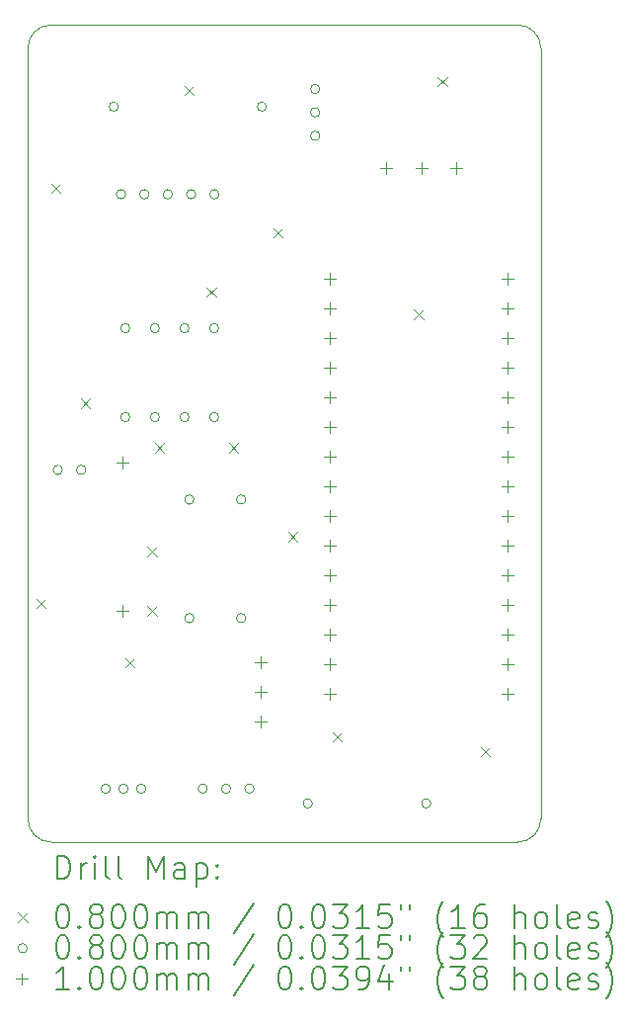
<source format=gbr>
%FSLAX45Y45*%
G04 Gerber Fmt 4.5, Leading zero omitted, Abs format (unit mm)*
G04 Created by KiCad (PCBNEW (6.0.0)) date 2022-05-09 08:38:40*
%MOMM*%
%LPD*%
G01*
G04 APERTURE LIST*
%TA.AperFunction,Profile*%
%ADD10C,0.100000*%
%TD*%
%ADD11C,0.200000*%
%ADD12C,0.080000*%
%ADD13C,0.100000*%
G04 APERTURE END LIST*
D10*
X18700000Y-3500000D02*
G75*
G03*
X18500000Y-3300000I-200000J0D01*
G01*
X14300000Y-10100000D02*
X14300000Y-3500000D01*
X14500000Y-3300000D02*
X18500000Y-3300000D01*
X18500000Y-10300000D02*
X14500000Y-10300000D01*
X14500000Y-3300000D02*
G75*
G03*
X14300000Y-3500000I0J-200000D01*
G01*
X18700000Y-3500000D02*
X18700000Y-10100000D01*
X18500000Y-10300000D02*
G75*
G03*
X18700000Y-10100000I0J200000D01*
G01*
X14300000Y-10100000D02*
G75*
G03*
X14500000Y-10300000I200000J0D01*
G01*
D11*
D12*
X14374500Y-8215000D02*
X14454500Y-8295000D01*
X14454500Y-8215000D02*
X14374500Y-8295000D01*
X14501500Y-4659000D02*
X14581500Y-4739000D01*
X14581500Y-4659000D02*
X14501500Y-4739000D01*
X14755500Y-6500500D02*
X14835500Y-6580500D01*
X14835500Y-6500500D02*
X14755500Y-6580500D01*
X15136500Y-8723000D02*
X15216500Y-8803000D01*
X15216500Y-8723000D02*
X15136500Y-8803000D01*
X15327000Y-7770500D02*
X15407000Y-7850500D01*
X15407000Y-7770500D02*
X15327000Y-7850500D01*
X15327000Y-8278500D02*
X15407000Y-8358500D01*
X15407000Y-8278500D02*
X15327000Y-8358500D01*
X15390500Y-6881500D02*
X15470500Y-6961500D01*
X15470500Y-6881500D02*
X15390500Y-6961500D01*
X15644500Y-3820800D02*
X15724500Y-3900800D01*
X15724500Y-3820800D02*
X15644500Y-3900800D01*
X15835000Y-5548000D02*
X15915000Y-5628000D01*
X15915000Y-5548000D02*
X15835000Y-5628000D01*
X16025500Y-6881500D02*
X16105500Y-6961500D01*
X16105500Y-6881500D02*
X16025500Y-6961500D01*
X16406500Y-5040000D02*
X16486500Y-5120000D01*
X16486500Y-5040000D02*
X16406500Y-5120000D01*
X16533500Y-7643500D02*
X16613500Y-7723500D01*
X16613500Y-7643500D02*
X16533500Y-7723500D01*
X16914500Y-9358000D02*
X16994500Y-9438000D01*
X16994500Y-9358000D02*
X16914500Y-9438000D01*
X17613000Y-5738500D02*
X17693000Y-5818500D01*
X17693000Y-5738500D02*
X17613000Y-5818500D01*
X17816200Y-3744600D02*
X17896200Y-3824600D01*
X17896200Y-3744600D02*
X17816200Y-3824600D01*
X18184500Y-9485000D02*
X18264500Y-9565000D01*
X18264500Y-9485000D02*
X18184500Y-9565000D01*
X14597400Y-7112000D02*
G75*
G03*
X14597400Y-7112000I-40000J0D01*
G01*
X14797400Y-7112000D02*
G75*
G03*
X14797400Y-7112000I-40000J0D01*
G01*
X15007600Y-9842500D02*
G75*
G03*
X15007600Y-9842500I-40000J0D01*
G01*
X15076800Y-4000500D02*
G75*
G03*
X15076800Y-4000500I-40000J0D01*
G01*
X15140000Y-4751440D02*
G75*
G03*
X15140000Y-4751440I-40000J0D01*
G01*
X15160000Y-9842500D02*
G75*
G03*
X15160000Y-9842500I-40000J0D01*
G01*
X15175000Y-5898000D02*
G75*
G03*
X15175000Y-5898000I-40000J0D01*
G01*
X15175000Y-6660000D02*
G75*
G03*
X15175000Y-6660000I-40000J0D01*
G01*
X15312400Y-9842500D02*
G75*
G03*
X15312400Y-9842500I-40000J0D01*
G01*
X15340000Y-4751440D02*
G75*
G03*
X15340000Y-4751440I-40000J0D01*
G01*
X15429000Y-5898000D02*
G75*
G03*
X15429000Y-5898000I-40000J0D01*
G01*
X15429000Y-6660000D02*
G75*
G03*
X15429000Y-6660000I-40000J0D01*
G01*
X15540000Y-4751440D02*
G75*
G03*
X15540000Y-4751440I-40000J0D01*
G01*
X15683000Y-5898000D02*
G75*
G03*
X15683000Y-5898000I-40000J0D01*
G01*
X15683000Y-6660000D02*
G75*
G03*
X15683000Y-6660000I-40000J0D01*
G01*
X15724500Y-7366000D02*
G75*
G03*
X15724500Y-7366000I-40000J0D01*
G01*
X15724500Y-8382000D02*
G75*
G03*
X15724500Y-8382000I-40000J0D01*
G01*
X15740000Y-4751440D02*
G75*
G03*
X15740000Y-4751440I-40000J0D01*
G01*
X15840000Y-9842500D02*
G75*
G03*
X15840000Y-9842500I-40000J0D01*
G01*
X15937000Y-5898000D02*
G75*
G03*
X15937000Y-5898000I-40000J0D01*
G01*
X15937000Y-6660000D02*
G75*
G03*
X15937000Y-6660000I-40000J0D01*
G01*
X15940000Y-4751440D02*
G75*
G03*
X15940000Y-4751440I-40000J0D01*
G01*
X16040000Y-9842500D02*
G75*
G03*
X16040000Y-9842500I-40000J0D01*
G01*
X16169000Y-7366000D02*
G75*
G03*
X16169000Y-7366000I-40000J0D01*
G01*
X16169000Y-8382000D02*
G75*
G03*
X16169000Y-8382000I-40000J0D01*
G01*
X16240000Y-9842500D02*
G75*
G03*
X16240000Y-9842500I-40000J0D01*
G01*
X16346800Y-4000500D02*
G75*
G03*
X16346800Y-4000500I-40000J0D01*
G01*
X16740500Y-9969500D02*
G75*
G03*
X16740500Y-9969500I-40000J0D01*
G01*
X16804000Y-3850000D02*
G75*
G03*
X16804000Y-3850000I-40000J0D01*
G01*
X16804000Y-4050000D02*
G75*
G03*
X16804000Y-4050000I-40000J0D01*
G01*
X16804000Y-4250000D02*
G75*
G03*
X16804000Y-4250000I-40000J0D01*
G01*
X17756500Y-9969500D02*
G75*
G03*
X17756500Y-9969500I-40000J0D01*
G01*
D13*
X15113000Y-6998500D02*
X15113000Y-7098500D01*
X15063000Y-7048500D02*
X15163000Y-7048500D01*
X15113000Y-8268500D02*
X15113000Y-8368500D01*
X15063000Y-8318500D02*
X15163000Y-8318500D01*
X16300000Y-8713000D02*
X16300000Y-8813000D01*
X16250000Y-8763000D02*
X16350000Y-8763000D01*
X16300000Y-8967000D02*
X16300000Y-9067000D01*
X16250000Y-9017000D02*
X16350000Y-9017000D01*
X16300000Y-9221000D02*
X16300000Y-9321000D01*
X16250000Y-9271000D02*
X16350000Y-9271000D01*
X16888000Y-5422000D02*
X16888000Y-5522000D01*
X16838000Y-5472000D02*
X16938000Y-5472000D01*
X16888000Y-5676000D02*
X16888000Y-5776000D01*
X16838000Y-5726000D02*
X16938000Y-5726000D01*
X16888000Y-5930000D02*
X16888000Y-6030000D01*
X16838000Y-5980000D02*
X16938000Y-5980000D01*
X16888000Y-6184000D02*
X16888000Y-6284000D01*
X16838000Y-6234000D02*
X16938000Y-6234000D01*
X16888000Y-6438000D02*
X16888000Y-6538000D01*
X16838000Y-6488000D02*
X16938000Y-6488000D01*
X16888000Y-6692000D02*
X16888000Y-6792000D01*
X16838000Y-6742000D02*
X16938000Y-6742000D01*
X16888000Y-6946000D02*
X16888000Y-7046000D01*
X16838000Y-6996000D02*
X16938000Y-6996000D01*
X16888000Y-7200000D02*
X16888000Y-7300000D01*
X16838000Y-7250000D02*
X16938000Y-7250000D01*
X16888000Y-7454000D02*
X16888000Y-7554000D01*
X16838000Y-7504000D02*
X16938000Y-7504000D01*
X16888000Y-7708000D02*
X16888000Y-7808000D01*
X16838000Y-7758000D02*
X16938000Y-7758000D01*
X16888000Y-7962000D02*
X16888000Y-8062000D01*
X16838000Y-8012000D02*
X16938000Y-8012000D01*
X16888000Y-8216000D02*
X16888000Y-8316000D01*
X16838000Y-8266000D02*
X16938000Y-8266000D01*
X16888000Y-8470000D02*
X16888000Y-8570000D01*
X16838000Y-8520000D02*
X16938000Y-8520000D01*
X16888000Y-8724000D02*
X16888000Y-8824000D01*
X16838000Y-8774000D02*
X16938000Y-8774000D01*
X16888000Y-8978000D02*
X16888000Y-9078000D01*
X16838000Y-9028000D02*
X16938000Y-9028000D01*
X17373600Y-4474500D02*
X17373600Y-4574500D01*
X17323600Y-4524500D02*
X17423600Y-4524500D01*
X17673600Y-4474500D02*
X17673600Y-4574500D01*
X17623600Y-4524500D02*
X17723600Y-4524500D01*
X17973600Y-4474500D02*
X17973600Y-4574500D01*
X17923600Y-4524500D02*
X18023600Y-4524500D01*
X18412000Y-5422000D02*
X18412000Y-5522000D01*
X18362000Y-5472000D02*
X18462000Y-5472000D01*
X18412000Y-5676000D02*
X18412000Y-5776000D01*
X18362000Y-5726000D02*
X18462000Y-5726000D01*
X18412000Y-5930000D02*
X18412000Y-6030000D01*
X18362000Y-5980000D02*
X18462000Y-5980000D01*
X18412000Y-6184000D02*
X18412000Y-6284000D01*
X18362000Y-6234000D02*
X18462000Y-6234000D01*
X18412000Y-6438000D02*
X18412000Y-6538000D01*
X18362000Y-6488000D02*
X18462000Y-6488000D01*
X18412000Y-6692000D02*
X18412000Y-6792000D01*
X18362000Y-6742000D02*
X18462000Y-6742000D01*
X18412000Y-6946000D02*
X18412000Y-7046000D01*
X18362000Y-6996000D02*
X18462000Y-6996000D01*
X18412000Y-7200000D02*
X18412000Y-7300000D01*
X18362000Y-7250000D02*
X18462000Y-7250000D01*
X18412000Y-7454000D02*
X18412000Y-7554000D01*
X18362000Y-7504000D02*
X18462000Y-7504000D01*
X18412000Y-7708000D02*
X18412000Y-7808000D01*
X18362000Y-7758000D02*
X18462000Y-7758000D01*
X18412000Y-7962000D02*
X18412000Y-8062000D01*
X18362000Y-8012000D02*
X18462000Y-8012000D01*
X18412000Y-8216000D02*
X18412000Y-8316000D01*
X18362000Y-8266000D02*
X18462000Y-8266000D01*
X18412000Y-8470000D02*
X18412000Y-8570000D01*
X18362000Y-8520000D02*
X18462000Y-8520000D01*
X18412000Y-8724000D02*
X18412000Y-8824000D01*
X18362000Y-8774000D02*
X18462000Y-8774000D01*
X18412000Y-8978000D02*
X18412000Y-9078000D01*
X18362000Y-9028000D02*
X18462000Y-9028000D01*
D11*
X14552619Y-10615476D02*
X14552619Y-10415476D01*
X14600238Y-10415476D01*
X14628809Y-10425000D01*
X14647857Y-10444048D01*
X14657381Y-10463095D01*
X14666905Y-10501190D01*
X14666905Y-10529762D01*
X14657381Y-10567857D01*
X14647857Y-10586905D01*
X14628809Y-10605952D01*
X14600238Y-10615476D01*
X14552619Y-10615476D01*
X14752619Y-10615476D02*
X14752619Y-10482143D01*
X14752619Y-10520238D02*
X14762143Y-10501190D01*
X14771667Y-10491667D01*
X14790714Y-10482143D01*
X14809762Y-10482143D01*
X14876428Y-10615476D02*
X14876428Y-10482143D01*
X14876428Y-10415476D02*
X14866905Y-10425000D01*
X14876428Y-10434524D01*
X14885952Y-10425000D01*
X14876428Y-10415476D01*
X14876428Y-10434524D01*
X15000238Y-10615476D02*
X14981190Y-10605952D01*
X14971667Y-10586905D01*
X14971667Y-10415476D01*
X15105000Y-10615476D02*
X15085952Y-10605952D01*
X15076428Y-10586905D01*
X15076428Y-10415476D01*
X15333571Y-10615476D02*
X15333571Y-10415476D01*
X15400238Y-10558333D01*
X15466905Y-10415476D01*
X15466905Y-10615476D01*
X15647857Y-10615476D02*
X15647857Y-10510714D01*
X15638333Y-10491667D01*
X15619286Y-10482143D01*
X15581190Y-10482143D01*
X15562143Y-10491667D01*
X15647857Y-10605952D02*
X15628809Y-10615476D01*
X15581190Y-10615476D01*
X15562143Y-10605952D01*
X15552619Y-10586905D01*
X15552619Y-10567857D01*
X15562143Y-10548810D01*
X15581190Y-10539286D01*
X15628809Y-10539286D01*
X15647857Y-10529762D01*
X15743095Y-10482143D02*
X15743095Y-10682143D01*
X15743095Y-10491667D02*
X15762143Y-10482143D01*
X15800238Y-10482143D01*
X15819286Y-10491667D01*
X15828809Y-10501190D01*
X15838333Y-10520238D01*
X15838333Y-10577381D01*
X15828809Y-10596429D01*
X15819286Y-10605952D01*
X15800238Y-10615476D01*
X15762143Y-10615476D01*
X15743095Y-10605952D01*
X15924048Y-10596429D02*
X15933571Y-10605952D01*
X15924048Y-10615476D01*
X15914524Y-10605952D01*
X15924048Y-10596429D01*
X15924048Y-10615476D01*
X15924048Y-10491667D02*
X15933571Y-10501190D01*
X15924048Y-10510714D01*
X15914524Y-10501190D01*
X15924048Y-10491667D01*
X15924048Y-10510714D01*
D12*
X14215000Y-10905000D02*
X14295000Y-10985000D01*
X14295000Y-10905000D02*
X14215000Y-10985000D01*
D11*
X14590714Y-10835476D02*
X14609762Y-10835476D01*
X14628809Y-10845000D01*
X14638333Y-10854524D01*
X14647857Y-10873571D01*
X14657381Y-10911667D01*
X14657381Y-10959286D01*
X14647857Y-10997381D01*
X14638333Y-11016429D01*
X14628809Y-11025952D01*
X14609762Y-11035476D01*
X14590714Y-11035476D01*
X14571667Y-11025952D01*
X14562143Y-11016429D01*
X14552619Y-10997381D01*
X14543095Y-10959286D01*
X14543095Y-10911667D01*
X14552619Y-10873571D01*
X14562143Y-10854524D01*
X14571667Y-10845000D01*
X14590714Y-10835476D01*
X14743095Y-11016429D02*
X14752619Y-11025952D01*
X14743095Y-11035476D01*
X14733571Y-11025952D01*
X14743095Y-11016429D01*
X14743095Y-11035476D01*
X14866905Y-10921190D02*
X14847857Y-10911667D01*
X14838333Y-10902143D01*
X14828809Y-10883095D01*
X14828809Y-10873571D01*
X14838333Y-10854524D01*
X14847857Y-10845000D01*
X14866905Y-10835476D01*
X14905000Y-10835476D01*
X14924048Y-10845000D01*
X14933571Y-10854524D01*
X14943095Y-10873571D01*
X14943095Y-10883095D01*
X14933571Y-10902143D01*
X14924048Y-10911667D01*
X14905000Y-10921190D01*
X14866905Y-10921190D01*
X14847857Y-10930714D01*
X14838333Y-10940238D01*
X14828809Y-10959286D01*
X14828809Y-10997381D01*
X14838333Y-11016429D01*
X14847857Y-11025952D01*
X14866905Y-11035476D01*
X14905000Y-11035476D01*
X14924048Y-11025952D01*
X14933571Y-11016429D01*
X14943095Y-10997381D01*
X14943095Y-10959286D01*
X14933571Y-10940238D01*
X14924048Y-10930714D01*
X14905000Y-10921190D01*
X15066905Y-10835476D02*
X15085952Y-10835476D01*
X15105000Y-10845000D01*
X15114524Y-10854524D01*
X15124048Y-10873571D01*
X15133571Y-10911667D01*
X15133571Y-10959286D01*
X15124048Y-10997381D01*
X15114524Y-11016429D01*
X15105000Y-11025952D01*
X15085952Y-11035476D01*
X15066905Y-11035476D01*
X15047857Y-11025952D01*
X15038333Y-11016429D01*
X15028809Y-10997381D01*
X15019286Y-10959286D01*
X15019286Y-10911667D01*
X15028809Y-10873571D01*
X15038333Y-10854524D01*
X15047857Y-10845000D01*
X15066905Y-10835476D01*
X15257381Y-10835476D02*
X15276428Y-10835476D01*
X15295476Y-10845000D01*
X15305000Y-10854524D01*
X15314524Y-10873571D01*
X15324048Y-10911667D01*
X15324048Y-10959286D01*
X15314524Y-10997381D01*
X15305000Y-11016429D01*
X15295476Y-11025952D01*
X15276428Y-11035476D01*
X15257381Y-11035476D01*
X15238333Y-11025952D01*
X15228809Y-11016429D01*
X15219286Y-10997381D01*
X15209762Y-10959286D01*
X15209762Y-10911667D01*
X15219286Y-10873571D01*
X15228809Y-10854524D01*
X15238333Y-10845000D01*
X15257381Y-10835476D01*
X15409762Y-11035476D02*
X15409762Y-10902143D01*
X15409762Y-10921190D02*
X15419286Y-10911667D01*
X15438333Y-10902143D01*
X15466905Y-10902143D01*
X15485952Y-10911667D01*
X15495476Y-10930714D01*
X15495476Y-11035476D01*
X15495476Y-10930714D02*
X15505000Y-10911667D01*
X15524048Y-10902143D01*
X15552619Y-10902143D01*
X15571667Y-10911667D01*
X15581190Y-10930714D01*
X15581190Y-11035476D01*
X15676428Y-11035476D02*
X15676428Y-10902143D01*
X15676428Y-10921190D02*
X15685952Y-10911667D01*
X15705000Y-10902143D01*
X15733571Y-10902143D01*
X15752619Y-10911667D01*
X15762143Y-10930714D01*
X15762143Y-11035476D01*
X15762143Y-10930714D02*
X15771667Y-10911667D01*
X15790714Y-10902143D01*
X15819286Y-10902143D01*
X15838333Y-10911667D01*
X15847857Y-10930714D01*
X15847857Y-11035476D01*
X16238333Y-10825952D02*
X16066905Y-11083095D01*
X16495476Y-10835476D02*
X16514524Y-10835476D01*
X16533571Y-10845000D01*
X16543095Y-10854524D01*
X16552619Y-10873571D01*
X16562143Y-10911667D01*
X16562143Y-10959286D01*
X16552619Y-10997381D01*
X16543095Y-11016429D01*
X16533571Y-11025952D01*
X16514524Y-11035476D01*
X16495476Y-11035476D01*
X16476428Y-11025952D01*
X16466905Y-11016429D01*
X16457381Y-10997381D01*
X16447857Y-10959286D01*
X16447857Y-10911667D01*
X16457381Y-10873571D01*
X16466905Y-10854524D01*
X16476428Y-10845000D01*
X16495476Y-10835476D01*
X16647857Y-11016429D02*
X16657381Y-11025952D01*
X16647857Y-11035476D01*
X16638333Y-11025952D01*
X16647857Y-11016429D01*
X16647857Y-11035476D01*
X16781190Y-10835476D02*
X16800238Y-10835476D01*
X16819286Y-10845000D01*
X16828810Y-10854524D01*
X16838333Y-10873571D01*
X16847857Y-10911667D01*
X16847857Y-10959286D01*
X16838333Y-10997381D01*
X16828810Y-11016429D01*
X16819286Y-11025952D01*
X16800238Y-11035476D01*
X16781190Y-11035476D01*
X16762143Y-11025952D01*
X16752619Y-11016429D01*
X16743095Y-10997381D01*
X16733571Y-10959286D01*
X16733571Y-10911667D01*
X16743095Y-10873571D01*
X16752619Y-10854524D01*
X16762143Y-10845000D01*
X16781190Y-10835476D01*
X16914524Y-10835476D02*
X17038333Y-10835476D01*
X16971667Y-10911667D01*
X17000238Y-10911667D01*
X17019286Y-10921190D01*
X17028810Y-10930714D01*
X17038333Y-10949762D01*
X17038333Y-10997381D01*
X17028810Y-11016429D01*
X17019286Y-11025952D01*
X17000238Y-11035476D01*
X16943095Y-11035476D01*
X16924048Y-11025952D01*
X16914524Y-11016429D01*
X17228810Y-11035476D02*
X17114524Y-11035476D01*
X17171667Y-11035476D02*
X17171667Y-10835476D01*
X17152619Y-10864048D01*
X17133571Y-10883095D01*
X17114524Y-10892619D01*
X17409762Y-10835476D02*
X17314524Y-10835476D01*
X17305000Y-10930714D01*
X17314524Y-10921190D01*
X17333571Y-10911667D01*
X17381190Y-10911667D01*
X17400238Y-10921190D01*
X17409762Y-10930714D01*
X17419286Y-10949762D01*
X17419286Y-10997381D01*
X17409762Y-11016429D01*
X17400238Y-11025952D01*
X17381190Y-11035476D01*
X17333571Y-11035476D01*
X17314524Y-11025952D01*
X17305000Y-11016429D01*
X17495476Y-10835476D02*
X17495476Y-10873571D01*
X17571667Y-10835476D02*
X17571667Y-10873571D01*
X17866905Y-11111667D02*
X17857381Y-11102143D01*
X17838333Y-11073571D01*
X17828810Y-11054524D01*
X17819286Y-11025952D01*
X17809762Y-10978333D01*
X17809762Y-10940238D01*
X17819286Y-10892619D01*
X17828810Y-10864048D01*
X17838333Y-10845000D01*
X17857381Y-10816429D01*
X17866905Y-10806905D01*
X18047857Y-11035476D02*
X17933571Y-11035476D01*
X17990714Y-11035476D02*
X17990714Y-10835476D01*
X17971667Y-10864048D01*
X17952619Y-10883095D01*
X17933571Y-10892619D01*
X18219286Y-10835476D02*
X18181190Y-10835476D01*
X18162143Y-10845000D01*
X18152619Y-10854524D01*
X18133571Y-10883095D01*
X18124048Y-10921190D01*
X18124048Y-10997381D01*
X18133571Y-11016429D01*
X18143095Y-11025952D01*
X18162143Y-11035476D01*
X18200238Y-11035476D01*
X18219286Y-11025952D01*
X18228810Y-11016429D01*
X18238333Y-10997381D01*
X18238333Y-10949762D01*
X18228810Y-10930714D01*
X18219286Y-10921190D01*
X18200238Y-10911667D01*
X18162143Y-10911667D01*
X18143095Y-10921190D01*
X18133571Y-10930714D01*
X18124048Y-10949762D01*
X18476429Y-11035476D02*
X18476429Y-10835476D01*
X18562143Y-11035476D02*
X18562143Y-10930714D01*
X18552619Y-10911667D01*
X18533571Y-10902143D01*
X18505000Y-10902143D01*
X18485952Y-10911667D01*
X18476429Y-10921190D01*
X18685952Y-11035476D02*
X18666905Y-11025952D01*
X18657381Y-11016429D01*
X18647857Y-10997381D01*
X18647857Y-10940238D01*
X18657381Y-10921190D01*
X18666905Y-10911667D01*
X18685952Y-10902143D01*
X18714524Y-10902143D01*
X18733571Y-10911667D01*
X18743095Y-10921190D01*
X18752619Y-10940238D01*
X18752619Y-10997381D01*
X18743095Y-11016429D01*
X18733571Y-11025952D01*
X18714524Y-11035476D01*
X18685952Y-11035476D01*
X18866905Y-11035476D02*
X18847857Y-11025952D01*
X18838333Y-11006905D01*
X18838333Y-10835476D01*
X19019286Y-11025952D02*
X19000238Y-11035476D01*
X18962143Y-11035476D01*
X18943095Y-11025952D01*
X18933571Y-11006905D01*
X18933571Y-10930714D01*
X18943095Y-10911667D01*
X18962143Y-10902143D01*
X19000238Y-10902143D01*
X19019286Y-10911667D01*
X19028810Y-10930714D01*
X19028810Y-10949762D01*
X18933571Y-10968810D01*
X19105000Y-11025952D02*
X19124048Y-11035476D01*
X19162143Y-11035476D01*
X19181190Y-11025952D01*
X19190714Y-11006905D01*
X19190714Y-10997381D01*
X19181190Y-10978333D01*
X19162143Y-10968810D01*
X19133571Y-10968810D01*
X19114524Y-10959286D01*
X19105000Y-10940238D01*
X19105000Y-10930714D01*
X19114524Y-10911667D01*
X19133571Y-10902143D01*
X19162143Y-10902143D01*
X19181190Y-10911667D01*
X19257381Y-11111667D02*
X19266905Y-11102143D01*
X19285952Y-11073571D01*
X19295476Y-11054524D01*
X19305000Y-11025952D01*
X19314524Y-10978333D01*
X19314524Y-10940238D01*
X19305000Y-10892619D01*
X19295476Y-10864048D01*
X19285952Y-10845000D01*
X19266905Y-10816429D01*
X19257381Y-10806905D01*
D12*
X14295000Y-11209000D02*
G75*
G03*
X14295000Y-11209000I-40000J0D01*
G01*
D11*
X14590714Y-11099476D02*
X14609762Y-11099476D01*
X14628809Y-11109000D01*
X14638333Y-11118524D01*
X14647857Y-11137571D01*
X14657381Y-11175667D01*
X14657381Y-11223286D01*
X14647857Y-11261381D01*
X14638333Y-11280428D01*
X14628809Y-11289952D01*
X14609762Y-11299476D01*
X14590714Y-11299476D01*
X14571667Y-11289952D01*
X14562143Y-11280428D01*
X14552619Y-11261381D01*
X14543095Y-11223286D01*
X14543095Y-11175667D01*
X14552619Y-11137571D01*
X14562143Y-11118524D01*
X14571667Y-11109000D01*
X14590714Y-11099476D01*
X14743095Y-11280428D02*
X14752619Y-11289952D01*
X14743095Y-11299476D01*
X14733571Y-11289952D01*
X14743095Y-11280428D01*
X14743095Y-11299476D01*
X14866905Y-11185190D02*
X14847857Y-11175667D01*
X14838333Y-11166143D01*
X14828809Y-11147095D01*
X14828809Y-11137571D01*
X14838333Y-11118524D01*
X14847857Y-11109000D01*
X14866905Y-11099476D01*
X14905000Y-11099476D01*
X14924048Y-11109000D01*
X14933571Y-11118524D01*
X14943095Y-11137571D01*
X14943095Y-11147095D01*
X14933571Y-11166143D01*
X14924048Y-11175667D01*
X14905000Y-11185190D01*
X14866905Y-11185190D01*
X14847857Y-11194714D01*
X14838333Y-11204238D01*
X14828809Y-11223286D01*
X14828809Y-11261381D01*
X14838333Y-11280428D01*
X14847857Y-11289952D01*
X14866905Y-11299476D01*
X14905000Y-11299476D01*
X14924048Y-11289952D01*
X14933571Y-11280428D01*
X14943095Y-11261381D01*
X14943095Y-11223286D01*
X14933571Y-11204238D01*
X14924048Y-11194714D01*
X14905000Y-11185190D01*
X15066905Y-11099476D02*
X15085952Y-11099476D01*
X15105000Y-11109000D01*
X15114524Y-11118524D01*
X15124048Y-11137571D01*
X15133571Y-11175667D01*
X15133571Y-11223286D01*
X15124048Y-11261381D01*
X15114524Y-11280428D01*
X15105000Y-11289952D01*
X15085952Y-11299476D01*
X15066905Y-11299476D01*
X15047857Y-11289952D01*
X15038333Y-11280428D01*
X15028809Y-11261381D01*
X15019286Y-11223286D01*
X15019286Y-11175667D01*
X15028809Y-11137571D01*
X15038333Y-11118524D01*
X15047857Y-11109000D01*
X15066905Y-11099476D01*
X15257381Y-11099476D02*
X15276428Y-11099476D01*
X15295476Y-11109000D01*
X15305000Y-11118524D01*
X15314524Y-11137571D01*
X15324048Y-11175667D01*
X15324048Y-11223286D01*
X15314524Y-11261381D01*
X15305000Y-11280428D01*
X15295476Y-11289952D01*
X15276428Y-11299476D01*
X15257381Y-11299476D01*
X15238333Y-11289952D01*
X15228809Y-11280428D01*
X15219286Y-11261381D01*
X15209762Y-11223286D01*
X15209762Y-11175667D01*
X15219286Y-11137571D01*
X15228809Y-11118524D01*
X15238333Y-11109000D01*
X15257381Y-11099476D01*
X15409762Y-11299476D02*
X15409762Y-11166143D01*
X15409762Y-11185190D02*
X15419286Y-11175667D01*
X15438333Y-11166143D01*
X15466905Y-11166143D01*
X15485952Y-11175667D01*
X15495476Y-11194714D01*
X15495476Y-11299476D01*
X15495476Y-11194714D02*
X15505000Y-11175667D01*
X15524048Y-11166143D01*
X15552619Y-11166143D01*
X15571667Y-11175667D01*
X15581190Y-11194714D01*
X15581190Y-11299476D01*
X15676428Y-11299476D02*
X15676428Y-11166143D01*
X15676428Y-11185190D02*
X15685952Y-11175667D01*
X15705000Y-11166143D01*
X15733571Y-11166143D01*
X15752619Y-11175667D01*
X15762143Y-11194714D01*
X15762143Y-11299476D01*
X15762143Y-11194714D02*
X15771667Y-11175667D01*
X15790714Y-11166143D01*
X15819286Y-11166143D01*
X15838333Y-11175667D01*
X15847857Y-11194714D01*
X15847857Y-11299476D01*
X16238333Y-11089952D02*
X16066905Y-11347095D01*
X16495476Y-11099476D02*
X16514524Y-11099476D01*
X16533571Y-11109000D01*
X16543095Y-11118524D01*
X16552619Y-11137571D01*
X16562143Y-11175667D01*
X16562143Y-11223286D01*
X16552619Y-11261381D01*
X16543095Y-11280428D01*
X16533571Y-11289952D01*
X16514524Y-11299476D01*
X16495476Y-11299476D01*
X16476428Y-11289952D01*
X16466905Y-11280428D01*
X16457381Y-11261381D01*
X16447857Y-11223286D01*
X16447857Y-11175667D01*
X16457381Y-11137571D01*
X16466905Y-11118524D01*
X16476428Y-11109000D01*
X16495476Y-11099476D01*
X16647857Y-11280428D02*
X16657381Y-11289952D01*
X16647857Y-11299476D01*
X16638333Y-11289952D01*
X16647857Y-11280428D01*
X16647857Y-11299476D01*
X16781190Y-11099476D02*
X16800238Y-11099476D01*
X16819286Y-11109000D01*
X16828810Y-11118524D01*
X16838333Y-11137571D01*
X16847857Y-11175667D01*
X16847857Y-11223286D01*
X16838333Y-11261381D01*
X16828810Y-11280428D01*
X16819286Y-11289952D01*
X16800238Y-11299476D01*
X16781190Y-11299476D01*
X16762143Y-11289952D01*
X16752619Y-11280428D01*
X16743095Y-11261381D01*
X16733571Y-11223286D01*
X16733571Y-11175667D01*
X16743095Y-11137571D01*
X16752619Y-11118524D01*
X16762143Y-11109000D01*
X16781190Y-11099476D01*
X16914524Y-11099476D02*
X17038333Y-11099476D01*
X16971667Y-11175667D01*
X17000238Y-11175667D01*
X17019286Y-11185190D01*
X17028810Y-11194714D01*
X17038333Y-11213762D01*
X17038333Y-11261381D01*
X17028810Y-11280428D01*
X17019286Y-11289952D01*
X17000238Y-11299476D01*
X16943095Y-11299476D01*
X16924048Y-11289952D01*
X16914524Y-11280428D01*
X17228810Y-11299476D02*
X17114524Y-11299476D01*
X17171667Y-11299476D02*
X17171667Y-11099476D01*
X17152619Y-11128048D01*
X17133571Y-11147095D01*
X17114524Y-11156619D01*
X17409762Y-11099476D02*
X17314524Y-11099476D01*
X17305000Y-11194714D01*
X17314524Y-11185190D01*
X17333571Y-11175667D01*
X17381190Y-11175667D01*
X17400238Y-11185190D01*
X17409762Y-11194714D01*
X17419286Y-11213762D01*
X17419286Y-11261381D01*
X17409762Y-11280428D01*
X17400238Y-11289952D01*
X17381190Y-11299476D01*
X17333571Y-11299476D01*
X17314524Y-11289952D01*
X17305000Y-11280428D01*
X17495476Y-11099476D02*
X17495476Y-11137571D01*
X17571667Y-11099476D02*
X17571667Y-11137571D01*
X17866905Y-11375667D02*
X17857381Y-11366143D01*
X17838333Y-11337571D01*
X17828810Y-11318524D01*
X17819286Y-11289952D01*
X17809762Y-11242333D01*
X17809762Y-11204238D01*
X17819286Y-11156619D01*
X17828810Y-11128048D01*
X17838333Y-11109000D01*
X17857381Y-11080429D01*
X17866905Y-11070905D01*
X17924048Y-11099476D02*
X18047857Y-11099476D01*
X17981190Y-11175667D01*
X18009762Y-11175667D01*
X18028810Y-11185190D01*
X18038333Y-11194714D01*
X18047857Y-11213762D01*
X18047857Y-11261381D01*
X18038333Y-11280428D01*
X18028810Y-11289952D01*
X18009762Y-11299476D01*
X17952619Y-11299476D01*
X17933571Y-11289952D01*
X17924048Y-11280428D01*
X18124048Y-11118524D02*
X18133571Y-11109000D01*
X18152619Y-11099476D01*
X18200238Y-11099476D01*
X18219286Y-11109000D01*
X18228810Y-11118524D01*
X18238333Y-11137571D01*
X18238333Y-11156619D01*
X18228810Y-11185190D01*
X18114524Y-11299476D01*
X18238333Y-11299476D01*
X18476429Y-11299476D02*
X18476429Y-11099476D01*
X18562143Y-11299476D02*
X18562143Y-11194714D01*
X18552619Y-11175667D01*
X18533571Y-11166143D01*
X18505000Y-11166143D01*
X18485952Y-11175667D01*
X18476429Y-11185190D01*
X18685952Y-11299476D02*
X18666905Y-11289952D01*
X18657381Y-11280428D01*
X18647857Y-11261381D01*
X18647857Y-11204238D01*
X18657381Y-11185190D01*
X18666905Y-11175667D01*
X18685952Y-11166143D01*
X18714524Y-11166143D01*
X18733571Y-11175667D01*
X18743095Y-11185190D01*
X18752619Y-11204238D01*
X18752619Y-11261381D01*
X18743095Y-11280428D01*
X18733571Y-11289952D01*
X18714524Y-11299476D01*
X18685952Y-11299476D01*
X18866905Y-11299476D02*
X18847857Y-11289952D01*
X18838333Y-11270905D01*
X18838333Y-11099476D01*
X19019286Y-11289952D02*
X19000238Y-11299476D01*
X18962143Y-11299476D01*
X18943095Y-11289952D01*
X18933571Y-11270905D01*
X18933571Y-11194714D01*
X18943095Y-11175667D01*
X18962143Y-11166143D01*
X19000238Y-11166143D01*
X19019286Y-11175667D01*
X19028810Y-11194714D01*
X19028810Y-11213762D01*
X18933571Y-11232809D01*
X19105000Y-11289952D02*
X19124048Y-11299476D01*
X19162143Y-11299476D01*
X19181190Y-11289952D01*
X19190714Y-11270905D01*
X19190714Y-11261381D01*
X19181190Y-11242333D01*
X19162143Y-11232809D01*
X19133571Y-11232809D01*
X19114524Y-11223286D01*
X19105000Y-11204238D01*
X19105000Y-11194714D01*
X19114524Y-11175667D01*
X19133571Y-11166143D01*
X19162143Y-11166143D01*
X19181190Y-11175667D01*
X19257381Y-11375667D02*
X19266905Y-11366143D01*
X19285952Y-11337571D01*
X19295476Y-11318524D01*
X19305000Y-11289952D01*
X19314524Y-11242333D01*
X19314524Y-11204238D01*
X19305000Y-11156619D01*
X19295476Y-11128048D01*
X19285952Y-11109000D01*
X19266905Y-11080429D01*
X19257381Y-11070905D01*
D13*
X14245000Y-11423000D02*
X14245000Y-11523000D01*
X14195000Y-11473000D02*
X14295000Y-11473000D01*
D11*
X14657381Y-11563476D02*
X14543095Y-11563476D01*
X14600238Y-11563476D02*
X14600238Y-11363476D01*
X14581190Y-11392048D01*
X14562143Y-11411095D01*
X14543095Y-11420619D01*
X14743095Y-11544428D02*
X14752619Y-11553952D01*
X14743095Y-11563476D01*
X14733571Y-11553952D01*
X14743095Y-11544428D01*
X14743095Y-11563476D01*
X14876428Y-11363476D02*
X14895476Y-11363476D01*
X14914524Y-11373000D01*
X14924048Y-11382524D01*
X14933571Y-11401571D01*
X14943095Y-11439667D01*
X14943095Y-11487286D01*
X14933571Y-11525381D01*
X14924048Y-11544428D01*
X14914524Y-11553952D01*
X14895476Y-11563476D01*
X14876428Y-11563476D01*
X14857381Y-11553952D01*
X14847857Y-11544428D01*
X14838333Y-11525381D01*
X14828809Y-11487286D01*
X14828809Y-11439667D01*
X14838333Y-11401571D01*
X14847857Y-11382524D01*
X14857381Y-11373000D01*
X14876428Y-11363476D01*
X15066905Y-11363476D02*
X15085952Y-11363476D01*
X15105000Y-11373000D01*
X15114524Y-11382524D01*
X15124048Y-11401571D01*
X15133571Y-11439667D01*
X15133571Y-11487286D01*
X15124048Y-11525381D01*
X15114524Y-11544428D01*
X15105000Y-11553952D01*
X15085952Y-11563476D01*
X15066905Y-11563476D01*
X15047857Y-11553952D01*
X15038333Y-11544428D01*
X15028809Y-11525381D01*
X15019286Y-11487286D01*
X15019286Y-11439667D01*
X15028809Y-11401571D01*
X15038333Y-11382524D01*
X15047857Y-11373000D01*
X15066905Y-11363476D01*
X15257381Y-11363476D02*
X15276428Y-11363476D01*
X15295476Y-11373000D01*
X15305000Y-11382524D01*
X15314524Y-11401571D01*
X15324048Y-11439667D01*
X15324048Y-11487286D01*
X15314524Y-11525381D01*
X15305000Y-11544428D01*
X15295476Y-11553952D01*
X15276428Y-11563476D01*
X15257381Y-11563476D01*
X15238333Y-11553952D01*
X15228809Y-11544428D01*
X15219286Y-11525381D01*
X15209762Y-11487286D01*
X15209762Y-11439667D01*
X15219286Y-11401571D01*
X15228809Y-11382524D01*
X15238333Y-11373000D01*
X15257381Y-11363476D01*
X15409762Y-11563476D02*
X15409762Y-11430143D01*
X15409762Y-11449190D02*
X15419286Y-11439667D01*
X15438333Y-11430143D01*
X15466905Y-11430143D01*
X15485952Y-11439667D01*
X15495476Y-11458714D01*
X15495476Y-11563476D01*
X15495476Y-11458714D02*
X15505000Y-11439667D01*
X15524048Y-11430143D01*
X15552619Y-11430143D01*
X15571667Y-11439667D01*
X15581190Y-11458714D01*
X15581190Y-11563476D01*
X15676428Y-11563476D02*
X15676428Y-11430143D01*
X15676428Y-11449190D02*
X15685952Y-11439667D01*
X15705000Y-11430143D01*
X15733571Y-11430143D01*
X15752619Y-11439667D01*
X15762143Y-11458714D01*
X15762143Y-11563476D01*
X15762143Y-11458714D02*
X15771667Y-11439667D01*
X15790714Y-11430143D01*
X15819286Y-11430143D01*
X15838333Y-11439667D01*
X15847857Y-11458714D01*
X15847857Y-11563476D01*
X16238333Y-11353952D02*
X16066905Y-11611095D01*
X16495476Y-11363476D02*
X16514524Y-11363476D01*
X16533571Y-11373000D01*
X16543095Y-11382524D01*
X16552619Y-11401571D01*
X16562143Y-11439667D01*
X16562143Y-11487286D01*
X16552619Y-11525381D01*
X16543095Y-11544428D01*
X16533571Y-11553952D01*
X16514524Y-11563476D01*
X16495476Y-11563476D01*
X16476428Y-11553952D01*
X16466905Y-11544428D01*
X16457381Y-11525381D01*
X16447857Y-11487286D01*
X16447857Y-11439667D01*
X16457381Y-11401571D01*
X16466905Y-11382524D01*
X16476428Y-11373000D01*
X16495476Y-11363476D01*
X16647857Y-11544428D02*
X16657381Y-11553952D01*
X16647857Y-11563476D01*
X16638333Y-11553952D01*
X16647857Y-11544428D01*
X16647857Y-11563476D01*
X16781190Y-11363476D02*
X16800238Y-11363476D01*
X16819286Y-11373000D01*
X16828810Y-11382524D01*
X16838333Y-11401571D01*
X16847857Y-11439667D01*
X16847857Y-11487286D01*
X16838333Y-11525381D01*
X16828810Y-11544428D01*
X16819286Y-11553952D01*
X16800238Y-11563476D01*
X16781190Y-11563476D01*
X16762143Y-11553952D01*
X16752619Y-11544428D01*
X16743095Y-11525381D01*
X16733571Y-11487286D01*
X16733571Y-11439667D01*
X16743095Y-11401571D01*
X16752619Y-11382524D01*
X16762143Y-11373000D01*
X16781190Y-11363476D01*
X16914524Y-11363476D02*
X17038333Y-11363476D01*
X16971667Y-11439667D01*
X17000238Y-11439667D01*
X17019286Y-11449190D01*
X17028810Y-11458714D01*
X17038333Y-11477762D01*
X17038333Y-11525381D01*
X17028810Y-11544428D01*
X17019286Y-11553952D01*
X17000238Y-11563476D01*
X16943095Y-11563476D01*
X16924048Y-11553952D01*
X16914524Y-11544428D01*
X17133571Y-11563476D02*
X17171667Y-11563476D01*
X17190714Y-11553952D01*
X17200238Y-11544428D01*
X17219286Y-11515857D01*
X17228810Y-11477762D01*
X17228810Y-11401571D01*
X17219286Y-11382524D01*
X17209762Y-11373000D01*
X17190714Y-11363476D01*
X17152619Y-11363476D01*
X17133571Y-11373000D01*
X17124048Y-11382524D01*
X17114524Y-11401571D01*
X17114524Y-11449190D01*
X17124048Y-11468238D01*
X17133571Y-11477762D01*
X17152619Y-11487286D01*
X17190714Y-11487286D01*
X17209762Y-11477762D01*
X17219286Y-11468238D01*
X17228810Y-11449190D01*
X17400238Y-11430143D02*
X17400238Y-11563476D01*
X17352619Y-11353952D02*
X17305000Y-11496809D01*
X17428810Y-11496809D01*
X17495476Y-11363476D02*
X17495476Y-11401571D01*
X17571667Y-11363476D02*
X17571667Y-11401571D01*
X17866905Y-11639667D02*
X17857381Y-11630143D01*
X17838333Y-11601571D01*
X17828810Y-11582524D01*
X17819286Y-11553952D01*
X17809762Y-11506333D01*
X17809762Y-11468238D01*
X17819286Y-11420619D01*
X17828810Y-11392048D01*
X17838333Y-11373000D01*
X17857381Y-11344428D01*
X17866905Y-11334905D01*
X17924048Y-11363476D02*
X18047857Y-11363476D01*
X17981190Y-11439667D01*
X18009762Y-11439667D01*
X18028810Y-11449190D01*
X18038333Y-11458714D01*
X18047857Y-11477762D01*
X18047857Y-11525381D01*
X18038333Y-11544428D01*
X18028810Y-11553952D01*
X18009762Y-11563476D01*
X17952619Y-11563476D01*
X17933571Y-11553952D01*
X17924048Y-11544428D01*
X18162143Y-11449190D02*
X18143095Y-11439667D01*
X18133571Y-11430143D01*
X18124048Y-11411095D01*
X18124048Y-11401571D01*
X18133571Y-11382524D01*
X18143095Y-11373000D01*
X18162143Y-11363476D01*
X18200238Y-11363476D01*
X18219286Y-11373000D01*
X18228810Y-11382524D01*
X18238333Y-11401571D01*
X18238333Y-11411095D01*
X18228810Y-11430143D01*
X18219286Y-11439667D01*
X18200238Y-11449190D01*
X18162143Y-11449190D01*
X18143095Y-11458714D01*
X18133571Y-11468238D01*
X18124048Y-11487286D01*
X18124048Y-11525381D01*
X18133571Y-11544428D01*
X18143095Y-11553952D01*
X18162143Y-11563476D01*
X18200238Y-11563476D01*
X18219286Y-11553952D01*
X18228810Y-11544428D01*
X18238333Y-11525381D01*
X18238333Y-11487286D01*
X18228810Y-11468238D01*
X18219286Y-11458714D01*
X18200238Y-11449190D01*
X18476429Y-11563476D02*
X18476429Y-11363476D01*
X18562143Y-11563476D02*
X18562143Y-11458714D01*
X18552619Y-11439667D01*
X18533571Y-11430143D01*
X18505000Y-11430143D01*
X18485952Y-11439667D01*
X18476429Y-11449190D01*
X18685952Y-11563476D02*
X18666905Y-11553952D01*
X18657381Y-11544428D01*
X18647857Y-11525381D01*
X18647857Y-11468238D01*
X18657381Y-11449190D01*
X18666905Y-11439667D01*
X18685952Y-11430143D01*
X18714524Y-11430143D01*
X18733571Y-11439667D01*
X18743095Y-11449190D01*
X18752619Y-11468238D01*
X18752619Y-11525381D01*
X18743095Y-11544428D01*
X18733571Y-11553952D01*
X18714524Y-11563476D01*
X18685952Y-11563476D01*
X18866905Y-11563476D02*
X18847857Y-11553952D01*
X18838333Y-11534905D01*
X18838333Y-11363476D01*
X19019286Y-11553952D02*
X19000238Y-11563476D01*
X18962143Y-11563476D01*
X18943095Y-11553952D01*
X18933571Y-11534905D01*
X18933571Y-11458714D01*
X18943095Y-11439667D01*
X18962143Y-11430143D01*
X19000238Y-11430143D01*
X19019286Y-11439667D01*
X19028810Y-11458714D01*
X19028810Y-11477762D01*
X18933571Y-11496809D01*
X19105000Y-11553952D02*
X19124048Y-11563476D01*
X19162143Y-11563476D01*
X19181190Y-11553952D01*
X19190714Y-11534905D01*
X19190714Y-11525381D01*
X19181190Y-11506333D01*
X19162143Y-11496809D01*
X19133571Y-11496809D01*
X19114524Y-11487286D01*
X19105000Y-11468238D01*
X19105000Y-11458714D01*
X19114524Y-11439667D01*
X19133571Y-11430143D01*
X19162143Y-11430143D01*
X19181190Y-11439667D01*
X19257381Y-11639667D02*
X19266905Y-11630143D01*
X19285952Y-11601571D01*
X19295476Y-11582524D01*
X19305000Y-11553952D01*
X19314524Y-11506333D01*
X19314524Y-11468238D01*
X19305000Y-11420619D01*
X19295476Y-11392048D01*
X19285952Y-11373000D01*
X19266905Y-11344428D01*
X19257381Y-11334905D01*
M02*

</source>
